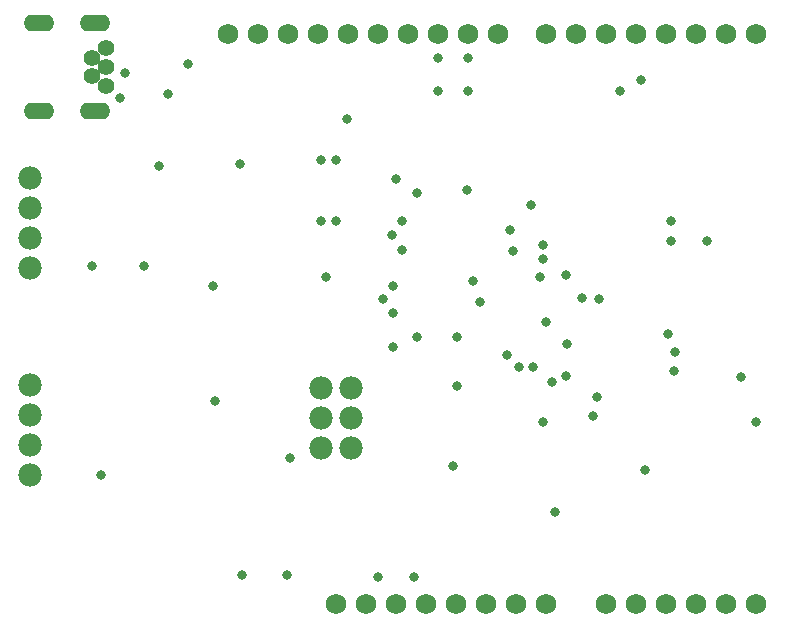
<source format=gbs>
G04*
G04 #@! TF.GenerationSoftware,Altium Limited,Altium Designer,21.6.4 (81)*
G04*
G04 Layer_Color=16711935*
%FSLAX25Y25*%
%MOIN*%
G70*
G04*
G04 #@! TF.SameCoordinates,858BF902-78F9-450F-91F8-2C9066A697E3*
G04*
G04*
G04 #@! TF.FilePolarity,Negative*
G04*
G01*
G75*
%ADD41O,0.10249X0.05524*%
%ADD42C,0.05524*%
%ADD43C,0.06800*%
%ADD44C,0.07800*%
%ADD45C,0.03300*%
D41*
X16875Y175355D02*
D03*
X35575D02*
D03*
Y204645D02*
D03*
X16875D02*
D03*
D42*
X39125Y196221D02*
D03*
X34386Y193071D02*
D03*
Y186773D02*
D03*
X39125Y189921D02*
D03*
Y183623D02*
D03*
D43*
X256000Y201000D02*
D03*
X246000D02*
D03*
X236000D02*
D03*
X226000D02*
D03*
X216000D02*
D03*
X206000D02*
D03*
X196000D02*
D03*
X186000D02*
D03*
X80000D02*
D03*
X90000D02*
D03*
X100000D02*
D03*
X110000D02*
D03*
X120000D02*
D03*
X130000D02*
D03*
X140000D02*
D03*
X150000D02*
D03*
X160000D02*
D03*
X170000D02*
D03*
X116000Y11000D02*
D03*
X126000D02*
D03*
X136000D02*
D03*
X146000D02*
D03*
X156000D02*
D03*
X166000D02*
D03*
X176000D02*
D03*
X186000D02*
D03*
X206000D02*
D03*
X216000D02*
D03*
X226000D02*
D03*
X236000D02*
D03*
X246000D02*
D03*
X256000D02*
D03*
D44*
X14000Y64000D02*
D03*
Y54000D02*
D03*
Y84000D02*
D03*
Y74000D02*
D03*
Y133000D02*
D03*
Y123000D02*
D03*
Y153000D02*
D03*
Y143000D02*
D03*
X111000Y83000D02*
D03*
X121000D02*
D03*
X111000Y73000D02*
D03*
X121000D02*
D03*
X111000Y63000D02*
D03*
X121000D02*
D03*
D45*
X160000Y193000D02*
D03*
X150000D02*
D03*
X193000Y97500D02*
D03*
X201500Y73500D02*
D03*
X203500Y112500D02*
D03*
X44000Y179500D02*
D03*
X45500Y188000D02*
D03*
X181000Y144000D02*
D03*
X174000Y135500D02*
D03*
X138000Y138500D02*
D03*
X186000Y105000D02*
D03*
X134500Y134000D02*
D03*
X135000Y117000D02*
D03*
X37500Y54000D02*
D03*
X34500Y123500D02*
D03*
X52000D02*
D03*
X57000Y157000D02*
D03*
X256000Y71500D02*
D03*
X229000Y95000D02*
D03*
X228500Y88500D02*
D03*
X175000Y128500D02*
D03*
X135000Y96500D02*
D03*
X75500Y78500D02*
D03*
X119500Y172500D02*
D03*
X100500Y59500D02*
D03*
X203000Y80000D02*
D03*
X226500Y101000D02*
D03*
X130000Y20000D02*
D03*
X160000Y182000D02*
D03*
X150000D02*
D03*
X142000Y20000D02*
D03*
X219000Y55500D02*
D03*
X189000Y41500D02*
D03*
X155000Y57000D02*
D03*
X156150Y83500D02*
D03*
X112500Y120000D02*
D03*
X227500Y138500D02*
D03*
X192500Y120500D02*
D03*
X164000Y111500D02*
D03*
X184000Y120000D02*
D03*
X185000Y126000D02*
D03*
X156150Y100000D02*
D03*
X143000D02*
D03*
X131500Y112500D02*
D03*
X135000Y108000D02*
D03*
X136000Y152500D02*
D03*
X143000Y148000D02*
D03*
X177000Y90000D02*
D03*
X138000Y129000D02*
D03*
X116000Y138500D02*
D03*
Y159000D02*
D03*
X181500Y90000D02*
D03*
X173000Y94000D02*
D03*
X161500Y118500D02*
D03*
X111000Y138500D02*
D03*
Y159000D02*
D03*
X185000Y71500D02*
D03*
X159500Y149000D02*
D03*
X188000Y85000D02*
D03*
X192500Y87000D02*
D03*
X198000Y113000D02*
D03*
X210500Y182000D02*
D03*
X217500Y185500D02*
D03*
X227500Y132000D02*
D03*
X60000Y181000D02*
D03*
X185000Y130500D02*
D03*
X239500Y132000D02*
D03*
X84000Y157500D02*
D03*
X75000Y117000D02*
D03*
X250937Y86500D02*
D03*
X99500Y20500D02*
D03*
X84500D02*
D03*
X66500Y191000D02*
D03*
M02*

</source>
